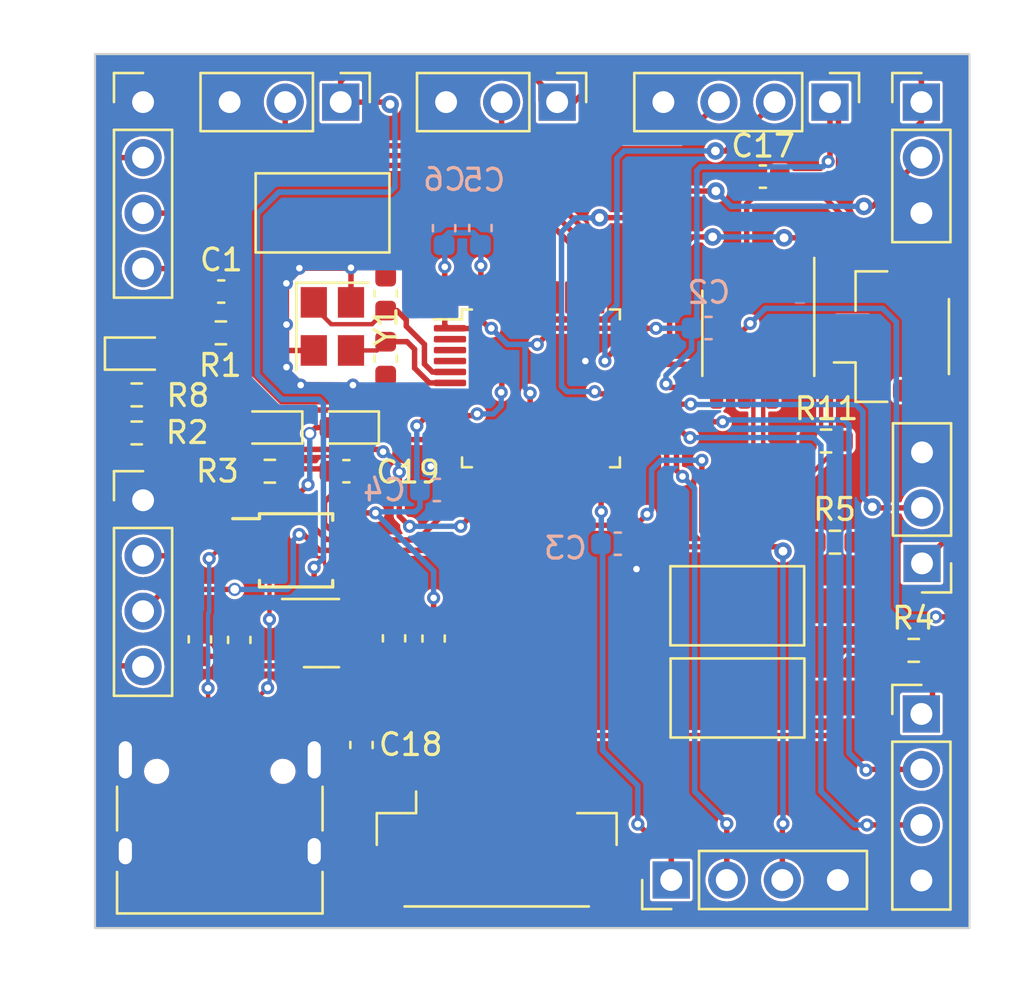
<source format=kicad_pcb>
(kicad_pcb (version 20221018) (generator pcbnew)
  (layers (0 "F.Cu" signal) (31 "B.Cu" signal) (34 "B.Paste" user) (35 "F.Paste" user) (36 "B.SilkS" user "B.Silkscreen") (37 "F.SilkS" user "F.Silkscreen") (38 "B.Mask" user) (39 "F.Mask" user) (44 "Edge.Cuts" user))
  (net 0 "")
  (net 1 "GND")
  (net 2 "/MCU/RESET")
  (net 3 "/MCU/XTAL_I")
  (net 4 "/MCU/XTAL_O")
  (net 5 "Net-(D4-A)")
  (net 6 "/MCU/LED1")
  (net 7 "/MCU/LED2")
  (net 9 "+3V3")
  (net 10 "+5V")
  (net 14 "/MCU/DIO")
  (net 15 "/MCU/CLK")
  (net 30 "Net-(D1-A)")
  (net 31 "Net-(D2-A)")
  (net 32 "/Connector/TXD")
  (net 33 "/Connector/RXD")
  (net 34 "/Connector/TIM1_CH")
  (net 35 "/Connector/-")
  (net 36 "/Connector/+")
  (net 37 "/Connector/DP")
  (net 38 "/Connector/DN")
  (net 39 "/Connector/SPI_CS")
  (net 40 "/Connector/SPI_SCK")
  (net 41 "/Connector/SPI_MISO")
  (net 42 "/Connector/SPI_MOSI")
  (net 43 "/Connector/GPIO0")
  (net 44 "/Connector/I2C1_SCL")
  (net 45 "/Connector/I2C1_SDA")
  (net 46 "/Connector/TIM1_CH2")
  (net 47 "/Connector/TIM2_CH2")
  (net 48 "/Connector/TIM2_CH1")
  (net 49 "/Connector/PB13")
  (net 50 "/Connector/PB12")
  (net 51 "/Connector/PB15")
  (net 52 "/Connector/PB14")
  (net 53 "/MCU/KEY1")
  (net 54 "/MCU/KEY2")
  (net 55 "/Connector/CAN_RX")
  (net 56 "/Connector/CAN_TX")
  (footprint "Button_Switch_SMD:SW_SPST_FSMSM" (layer "F.Cu") (at 190.41 79.27)
    (fp_text reference "SW1" hide)
    (fp_text value " SW")
  )
  (footprint "Connector_PinHeader_2.54mm:PinHeader_1x03_P2.54mm_Vertical" (layer "F.Cu") (at 217.83 95.31 180)
    (fp_text reference "J3" hide)
    (fp_text value "Conn_01x03")
  )
  (footprint "Connector_PinHeader_2.54mm:PinHeader_1x04_P2.54mm_Vertical" (layer "F.Cu") (at 213.62 74.2 -90)
    (fp_text reference "J7" hide)
    (fp_text value "Conn_01x04")
  )
  (footprint "Capacitor_SMD:C_0603_1608Metric" (layer "F.Cu") (at 191.5 91.09199)
    (fp_text reference "C19")
    (fp_text value "100n")
  )
  (footprint "ResistorSMD:R_0603_1608Metric" (layer "F.Cu") (at 181.91 87.6 180)
    (fp_text reference "R8")
    (fp_text value "10k")
  )
  (footprint "ResistorSMD:R_0603_1608Metric" (layer "F.Cu") (at 217.45 99.29)
    (fp_text reference "R4")
    (fp_text value "10k")
  )
  (footprint "LED_SMD:LED_0603_1608Metric" (layer "F.Cu") (at 191.5 89.09199 180)
    (fp_text reference "D2" hide)
    (fp_text value "LED")
  )
  (footprint "Button_Switch_SMD:SW_SPST_FSMSM" (layer "F.Cu") (at 209.39 101.47 180)
    (fp_text reference "SW2" hide)
    (fp_text value " SW")
  )
  (footprint "Package_SO:SOIC-8_3.9x4.9mm_P1.27mm" (layer "F.Cu") (at 210.34 84.78 -90)
    (fp_text reference "U4" hide)
    (fp_text value "TJA1051T-3")
  )
  (footprint "Capacitor_SMD:C_0603_1608Metric" (layer "F.Cu") (at 193.68 98.74 90)
    (fp_text reference "C15" hide)
    (fp_text value "100n")
  )
  (footprint "LED_SMD:LED_0603_1608Metric" (layer "F.Cu") (at 188 89.09199 180)
    (fp_text reference "D1" hide)
    (fp_text value "LED")
  )
  (footprint "Capacitor_SMD:C_0603_1608Metric" (layer "F.Cu") (at 186.6 98.8125 -90)
    (fp_text reference "C14" hide)
    (fp_text value "100n")
  )
  (footprint "Capacitor_SMD:C_0603_1608Metric" (layer "F.Cu") (at 184.8 98.7875 -90)
    (fp_text reference "C13" hide)
    (fp_text value "2.2u")
  )
  (footprint "Connector_USB:USB_C_Receptacle_HRO_TYPE-C-31-M-12" (layer "F.Cu") (at 185.71 107.43)
    (fp_text reference "J5" hide)
    (fp_text value "USB_C_Receptacle_USB2.0")
  )
  (footprint "Connector_PinHeader_2.54mm:PinHeader_1x04_P2.54mm_Vertical" (layer "F.Cu") (at 206.36 109.8 90)
    (fp_text reference "J12" hide)
    (fp_text value "Conn_01x04")
  )
  (footprint "Connector_PinHeader_2.54mm:PinHeader_1x04_P2.54mm_Vertical" (layer "F.Cu") (at 182.2 92.42)
    (fp_text reference "J1" hide)
    (fp_text value "Conn_01x04")
  )
  (footprint "Connector_PinHeader_2.54mm:PinHeader_1x03_P2.54mm_Vertical" (layer "F.Cu") (at 201.14 74.2 -90)
    (fp_text reference "J11" hide)
    (fp_text value "Conn_01x03")
  )
  (footprint "Capacitor_SMD:C_0603_1608Metric" (layer "F.Cu") (at 185.775 82.87)
    (fp_text reference "C1")
    (fp_text value "100n")
  )
  (footprint "ResistorSMD:R_0603_1608Metric" (layer "F.Cu") (at 181.91 89.34)
    (fp_text reference "R2")
    (fp_text value "1K" hide)
  )
  (footprint "Capacitor_SMD:C_0603_1608Metric" (layer "F.Cu") (at 193.2975 82.965 90)
    (fp_text reference "C21" hide)
    (fp_text value "12p")
  )
  (footprint "Connector_PinHeader_2.54mm:PinHeader_1x04_P2.54mm_Vertical" (layer "F.Cu") (at 182.2 74.2)
    (fp_text reference "J8" hide)
    (fp_text value "Conn_01x04")
  )
  (footprint "Connector_JST:JST_GH_SM02B-GHS-TB_1x02-1MP_P1.25mm_Horizontal" (layer "F.Cu") (at 216.5 84.93 90)
    (fp_text reference "J4" hide)
    (fp_text value "Conn_01x02")
  )
  (footprint "Connector_JST:JST_GH_SM06B-GHS-TB_1x06-1MP_P1.25mm_Horizontal" (layer "F.Cu") (at 198.375 108.45)
    (fp_text reference "J6" hide)
    (fp_text value "Conn_01x06")
  )
  (footprint "Connector_PinHeader_2.54mm:PinHeader_1x03_P2.54mm_Vertical" (layer "F.Cu") (at 191.24 74.2 -90)
    (fp_text reference "J10" hide)
    (fp_text value "Conn_01x03")
  )
  (footprint "Connector_PinHeader_2.54mm:PinHeader_1x03_P2.54mm_Vertical" (layer "F.Cu") (at 217.8 74.2)
    (fp_text reference "J9" hide)
    (fp_text value "Conn_01x03")
  )
  (footprint "Connector_PinHeader_2.54mm:PinHeader_1x04_P2.54mm_Vertical" (layer "F.Cu") (at 217.8 102.2)
    (fp_text reference "J13" hide)
    (fp_text value "Conn_01x04")
  )
  (footprint "PackageSOT:SOT-23-5" (layer "F.Cu") (at 190.3625 98.5)
    (fp_text reference "U3" hide)
    (fp_text value "HX9193-33GB")
  )
  (footprint "Capacitor_SMD:C_0603_1608Metric" (layer "F.Cu") (at 210.55 77.61)
    (fp_text reference "C17")
    (fp_text value "100n")
  )
  (footprint "Capacitor_SMD:C_0603_1608Metric" (layer "F.Cu") (at 192.19 103.62 90)
    (fp_text reference "C18")
    (fp_text value "100n")
  )
  (footprint "ResistorSMD:R_0603_1608Metric" (layer "F.Cu") (at 185.76 84.76 180)
    (fp_text reference "R1")
    (fp_text value "10k")
  )
  (footprint "Crystal:Crystal_SMD_3225-4Pin_3.2x2.5mm" (layer "F.Cu") (at 190.86 84.465 -90)
    (fp_text reference "Y1")
    (fp_text value "12M")
  )
  (footprint "Capacitor_SMD:C_0603_1608Metric" (layer "F.Cu") (at 195.49 98.75 90)
    (fp_text reference "C16" hide)
    (fp_text value "2.2u")
  )
  (footprint "ResistorSMD:R_0603_1608Metric" (layer "F.Cu") (at 213.44 89.71 180)
    (fp_text reference "R11")
    (fp_text value "120")
  )
  (footprint "LED_SMD:LED_0603_1608Metric" (layer "F.Cu") (at 181.94 85.71)
    (fp_text reference "D4" hide)
    (fp_text value "RED" hide)
  )
  (footprint "ResistorSMD:R_0603_1608Metric" (layer "F.Cu") (at 213.85 94.34)
    (fp_text reference "R5")
    (fp_text value "10k" hide)
  )
  (footprint "Button_Switch_SMD:SW_SPST_FSMSM" (layer "F.Cu") (at 209.38 97.25 180)
    (fp_text reference "SW3" hide)
    (fp_text value " SW")
  )
  (footprint "PackageQFP:LQFP-48_7x7mm_P0.5mm" (layer "F.Cu") (at 200.4 87.3)
    (fp_text reference "U1" hide)
    (fp_text value "STM32F103C8Tx")
  )
  (footprint "Capacitor_SMD:C_0603_1608Metric" (layer "F.Cu") (at 193.2975 85.94 90)
    (fp_text reference "C20" hide)
    (fp_text value "12p")
  )
  (footprint "ResistorSMD:R_0603_1608Metric" (layer "F.Cu") (at 188 91.09199 180)
    (fp_text reference "R3")
    (fp_text value "1K")
  )
  (footprint "Package_SO:MSOP-10_3x3mm_P0.5mm" (layer "F.Cu") (at 189.2 94.7125)
    (fp_text reference "U5" hide)
    (fp_text value "CH340E")
  )
  (footprint "Capacitor_SMD:C_0603_1608Metric" (layer "B.Cu") (at 197.63 79.96 -90)
    (fp_text reference "C5")
    (fp_text value "100n")
  )
  (footprint "Capacitor_SMD:C_0603_1608Metric" (layer "B.Cu") (at 203.92 94.41 180)
    (fp_text reference "C3")
    (fp_text value "100n")
  )
  (footprint "Capacitor_SMD:C_0603_1608Metric" (layer "B.Cu") (at 195.64 91.95 180)
    (fp_text reference "C4")
    (fp_text value "100n")
  )
  (footprint "Capacitor_SMD:C_0603_1608Metric" (layer "B.Cu") (at 208.065 84.54 180)
    (fp_text reference "C2")
    (fp_text value "100n")
  )
  (footprint "Capacitor_SMD:C_0603_1608Metric" (layer "B.Cu") (at 195.97 79.97 -90)
    (fp_text reference "C6")
    (fp_text value "100n")
  )
  (gr_rect locked (start 180 72) (end 220 112) (stroke (width 0.1)) (fill none) (layer "Edge.Cuts"))
  (segment (start 193.2975 82.0875) (end 193.2975 82.19) (width 0.25) (layer "F.Cu") (net 1))
  (segment (start 189.35 81.9) (end 188.755 82.495) (width 0.25) (layer "F.Cu") (net 1))
  (segment (start 189.41 87.1) (end 188.76 86.45) (width 0.25) (layer "F.Cu") (net 1))
  (segment (start 188.76 85.55) (end 188.775 85.565) (width 0.25) (layer "F.Cu") (net 1))
  (segment (start 188.755 84.375) (end 188.76 84.38) (width 0.25) (layer "F.Cu") (net 1))
  (segment (start 188.76 86.33) (end 188.76 85.55) (width 0.25) (layer "F.Cu") (net 1))
  (segment (start 188.76 85.55) (end 188.76 84.38) (width 0.25) (layer "F.Cu") (net 1))
  (segment (start 188.76 86.45) (end 188.76 86.33) (width 0.25) (layer "F.Cu") (net 1))
  (segment (start 188.775 85.565) (end 190.01 85.565) (width 0.25) (layer "F.Cu") (net 1))
  (segment (start 191.71 81.78) (end 192.99 81.78) (width 0.25) (layer "F.Cu") (net 1))
  (segment (start 192.8625 87.15) (end 193.2975 86.715) (width 0.25) (layer "F.Cu") (net 1))
  (segment (start 192.99 81.78) (end 193.2975 82.0875) (width 0.25) (layer "F.Cu") (net 1))
  (segment (start 189.35 81.8) (end 189.35 81.9) (width 0.25) (layer "F.Cu") (net 1))
  (segment (start 191.71 81.78) (end 191.69 81.8) (width 0.25) (layer "F.Cu") (net 1))
  (segment (start 189.41 87.15) (end 189.41 87.1) (width 0.25) (layer "F.Cu") (net 1))
  (segment (start 191.71 81.78) (end 191.71 83.365) (width 0.25) (layer "F.Cu") (net 1))
  (segment (start 191.8 87.15) (end 189.41 87.15) (width 0.25) (layer "F.Cu") (net 1))
  (segment (start 191.8 87.15) (end 192.8625 87.15) (width 0.25) (layer "F.Cu") (net 1))
  (segment (start 191.69 81.8) (end 189.35 81.8) (width 0.25) (layer "F.Cu") (net 1))
  (segment (start 188.755 82.495) (end 188.755 84.375) (width 0.25) (layer "F.Cu") (net 1))
  (via (at 191.71 81.78) (size 0.6) (drill 0.3) (layers "F.Cu" "B.Cu") (net 1))
  (via (at 202.43 86.05) (size 0.6) (drill 0.3) (layers "F.Cu" "B.Cu") (net 1))
  (via (at 195.36 90.87) (size 0.6) (drill 0.3) (layers "F.Cu" "B.Cu") (net 1))
  (via (at 188.755 82.495) (size 0.6) (drill 0.3) (layers "F.Cu" "B.Cu") (net 1))
  (via (at 189.41 87.15) (size 0.6) (drill 0.3) (layers "F.Cu" "B.Cu") (net 1))
  (via (at 188.76 84.38) (size 0.6) (drill 0.3) (layers "F.Cu" "B.Cu") (net 1))
  (via (at 204.77 95.57) (size 0.6) (drill 0.3) (layers "F.Cu" "B.Cu") (net 1))
  (via (at 191.8 87.15) (size 0.6) (drill 0.3) (layers "F.Cu" "B.Cu") (net 1))
  (via (at 189.35 81.8) (size 0.6) (drill 0.3) (layers "F.Cu" "B.Cu") (net 1))
  (via (at 188.76 86.33) (size 0.6) (drill 0.3) (layers "F.Cu" "B.Cu") (net 1))
  (segment (start 193.01199 88.29199) (end 193.35 88.63) (width 0.25) (layer "F.Cu") (net 2))
  (segment (start 188.37199 88.29199) (end 193.01199 88.29199) (width 0.25) (layer "F.Cu") (net 2))
  (segment (start 186.585 82.905) (end 186.55 82.87) (width 0.25) (layer "F.Cu") (net 2))
  (segment (start 195.161523 87.55) (end 196.2375 87.55) (width 0.25) (layer "F.Cu") (net 2))
  (segment (start 186.585 84.76) (end 186.585 86.505) (width 0.25) (layer "F.Cu") (net 2))
  (segment (start 186.585 84.76) (end 186.585 82.905) (width 0.25) (layer "F.Cu") (net 2))
  (segment (start 186.55 80) (end 186.55 82.87) (width 0.25) (layer "F.Cu") (net 2))
  (segment (start 193.35 88.63) (end 194.081523 88.63) (width 0.25) (layer "F.Cu") (net 2))
  (segment (start 194.081523 88.63) (end 195.161523 87.55) (width 0.25) (layer "F.Cu") (net 2))
  (segment (start 185.82 79.27) (end 186.55 80) (width 0.25) (layer "F.Cu") (net 2))
  (segment (start 186.585 86.505) (end 188.37199 88.29199) (width 0.25) (layer "F.Cu") (net 2))
  (segment (start 190.01 83.615) (end 190.01 83.365) (width 0.25) (layer "F.Cu") (net 3))
  (segment (start 190.01 83.57) (end 190.805 84.365) (width 0.2) (layer "F.Cu") (net 3))
  (segment (start 190.805 84.365) (end 192.6725 84.365) (width 0.2) (layer "F.Cu") (net 3))
  (segment (start 196.2375 86.55) (end 195.434315 86.55) (width 0.25) (layer "F.Cu") (net 3))
  (segment (start 194.24 84.456802) (end 194.24 84.17) (width 0.25) (layer "F.Cu") (net 3))
  (segment (start 195.07 85.286802) (end 194.24 84.456802) (width 0.25) (layer "F.Cu") (net 3))
  (segment (start 192.6725 84.365) (end 193.2975 83.74) (width 0.2) (layer "F.Cu") (net 3))
  (segment (start 195.07 86.185685) (end 195.07 85.286802) (width 0.25) (layer "F.Cu") (net 3))
  (segment (start 194.24 84.17) (end 193.81 83.74) (width 0.25) (layer "F.Cu") (net 3))
  (segment (start 193.81 83.74) (end 193.2975 83.74) (width 0.25) (layer "F.Cu") (net 3))
  (segment (start 190.01 83.365) (end 190.01 83.57) (width 0.25) (layer "F.Cu") (net 3))
  (segment (start 195.434315 86.55) (end 195.07 86.185685) (width 0.25) (layer "F.Cu") (net 3))
  (segment (start 196.2375 87.05) (end 195.297919 87.05) (width 0.25) (layer "F.Cu") (net 4))
  (segment (start 194.62 85.51) (end 194.275 85.165) (width 0.25) (layer "F.Cu") (net 4))
  (segment (start 191.71 85.565) (end 192.8975 85.565) (width 0.2) (layer "F.Cu") (net 4))
  (segment (start 195.297919 87.05) (end 194.62 86.372081) (width 0.25) (layer "F.Cu") (net 4))
  (segment (start 194.275 85.165) (end 193.2975 85.165) (width 0.25) (layer "F.Cu") (net 4))
  (segment (start 192.8975 85.565) (end 193.2975 85.165) (width 0.2) (layer "F.Cu") (net 4))
  (segment (start 194.62 86.372081) (end 194.62 85.51) (width 0.25) (layer "F.Cu") (net 4))
  (segment (start 182.735 87.6) (end 182.735 85.7175) (width 0.25) (layer "F.Cu") (net 5))
  (segment (start 182.735 85.7175) (end 182.7275 85.71) (width 0.25) (layer "F.Cu") (net 5))
  (segment (start 189 90.09199) (end 188.7875 89.87949) (width 0.25) (layer "F.Cu") (net 6))
  (segment (start 193.92 91.13) (end 193.92 93.142878) (width 0.25) (layer "F.Cu") (net 6))
  (segment (start 196.73 93.613) (end 197.0255 93.3175) (width 0.25) (layer "F.Cu") (net 6))
  (segment (start 197.3 90.290685) (end 197.3 89.309315) (width 0.25) (layer "F.Cu") (net 6))
  (segment (start 197.0255 93.3175) (end 197.0255 90.565185) (width 0.25) (layer "F.Cu") (net 6))
  (segment (start 188.7875 89.87949) (end 188.7875 89.09199) (width 0.25) (layer "F.Cu") (net 6))
  (segment (start 197.0255 90.565185) (end 197.3 90.290685) (width 0.25) (layer "F.Cu") (net 6))
  (segment (start 197.3 89.309315) (end 197.040685 89.05) (width 0.25) (layer "F.Cu") (net 6))
  (segment (start 193.177727 90.199504) (end 193.070213 90.09199) (width 0.25) (layer "F.Cu") (net 6))
  (segment (start 193.92 93.142878) (end 194.390122 93.613) (width 0.25) (layer "F.Cu") (net 6))
  (segment (start 197.040685 89.05) (end 196.2375 89.05) (width 0.25) (layer "F.Cu") (net 6))
  (segment (start 193.070213 90.09199) (end 189 90.09199) (width 0.25) (layer "F.Cu") (net 6))
  (via (at 193.177727 90.199504) (size 0.6) (drill 0.3) (layers "F.Cu" "B.Cu") (net 6))
  (via (at 196.73 93.613) (size 0.6) (drill 0.3) (layers "F.Cu" "B.Cu") (net 6))
  (via (at 193.92 91.13) (size 0.6) (drill 0.3) (layers "F.Cu" "B.Cu") (net 6))
  (via (at 194.390122 93.613) (size 0.6) (drill 0.3) (layers "F.Cu" "B.Cu") (net 6))
  (segment (start 193.279504 90.199504) (end 193.177727 90.199504) (width 0.25) (layer "B.Cu") (net 6))
  (segment (start 194.390122 93.613) (end 196.73 93.613) (width 0.25) (layer "B.Cu") (net 6))
  (segment (start 193.92 91.13) (end 193.92 90.84) (width 0.25) (layer "B.Cu") (net 6))
  (segment (start 193.92 90.84) (end 193.279504 90.199504) (width 0.25) (layer "B.Cu") (net 6))
  (segment (start 193.465 89.645) (end 192.91199 89.09199) (width 0.25) (layer "F.Cu") (net 7))
  (segment (start 196.2175 89.53) (end 195.13647 89.53) (width 0.25) (layer "F.Cu") (net 7))
  (segment (start 196.2375 89.55) (end 196.2175 89.53) (width 0.25) (layer "F.Cu") (net 7))
  (segment (start 195.13647 89.53) (end 195.02147 89.645) (width 0.25) (layer "F.Cu") (net 7))
  (segment (start 192.91199 89.09199) (end 192.2875 89.09199) (width 0.25) (layer "F.Cu") (net 7))
  (segment (start 195.02147 89.645) (end 193.465 89.645) (width 0.25) (layer "F.Cu") (net 7))
  (segment (start 192.83 93) (end 191.5 93) (width 0.25) (layer "F.Cu") (net 9))
  (segment (start 191.47 97.52) (end 191.5 97.55) (width 0.25) (layer "F.Cu") (net 9))
  (segment (start 218.31 101.73) (end 218.31 99.325) (width 0.25) (layer "F.Cu") (net 9))
  (segment (start 214.01 74.59) (end 214.01 77.26) (width 0.25) (layer "F.Cu") (net 9))
  (segment (start 208.575 87.255) (end 208.76 87.07) (width 0.25) (layer "F.Cu") (net 9))
  (segment (start 192.4 95.2125) (end 192.57 95.3825) (width 0.25) (layer "F.Cu") (net 9))
  (segment (start 204.83 107.24) (end 206.36 108.77) (width 0.25) (layer "F.Cu") (net 9))
  (segment (start 202.3 84.55) (end 204.5625 84.55) (width 0.25) (layer "F.Cu") (net 9))
  (segment (start 180.39 87.07) (end 180.39 84.7) (width 0.25) (layer "F.Cu") (net 9))
  (segment (start 180.68 83.7) (end 180.68 84.41) (width 0.25) (layer "F.Cu") (net 9))
  (segment (start 197.040685 88.55) (end 197.398953 88.55) (width 0.25) (layer "F.Cu") (net 9))
  (segment (start 181.085 90.095) (end 181.28199 90.29199) (width 0.25) (layer "F.Cu") (net 9))
  (segment (start 192.57 96.24) (end 192.57 96.39) (width 0.25) (layer "F.Cu") (net 9))
  (segment (start 195.49 96.89) (end 195.49 97.975) (width 0.25) (layer "F.Cu") (net 9))
  (segment (start 190.5 92.5) (end 191 92) (width 0.25) (layer "F.Cu") (net 9))
  (segment (start 181 100) (end 182.16 100) (width 0.25) (layer "F.Cu") (net 9))
  (segment (start 197.24 84.56) (end 196.15 84.56) (width 0.25) (layer "F.Cu") (net 9))
  (segment (start 181.085 87.6) (end 180.92 87.6) (width 0.25) (layer "F.Cu") (net 9))
  (segment (start 202.88 88.51) (end 203.15 88.78) (width 0.25) (layer "F.Cu") (net 9))
  (segment (start 198.61 85.93) (end 197.3 84.62) (width 0.25) (layer "F.Cu") (net 9))
  (segment (start 218.46 97.76) (end 219.1 97.76) (width 0.25) (layer "F.Cu") (net 9))
  (segment (start 199.905 88.225) (end 200.19 88.51) (width 0.25) (layer "F.Cu") (net 9))
  (segment (start 182.2 76.74) (end 180.88 76.74) (width 0.25) (layer "F.Cu") (net 9))
  (segment (start 180.68 84.41) (end 181.03 84.76) (width 0.25) (layer "F.Cu") (net 9))
  (segment (start 211.325 77.61) (end 213.66 77.61) (width 0.25) (layer "F.Cu") (net 9))
  (segment (start 200.97 84.55) (end 202.3 84.55) (width 0.25) (layer "F.Cu") (net 9))
  (segment (start 200.19 88.51) (end 202.88 88.51) (width 0.25) (layer "F.Cu") (net 9))
  (segment (start 180.39 84.7) (end 180.68 84.41) (width 0.25) (layer "F.Cu") (net 9))
  (segment (start 188.825 91.09199) (end 188 91.09199) (width 0.25) (layer "F.Cu") (net 9))
  (segment (start 203.15 88.78) (end 203.15 91.4625) (width 0.25) (layer "F.Cu") (net 9))
  (segment (start 191 92) (end 191 91.36699) (width 0.25) (layer "F.Cu") (net 9))
  (segment (start 204.5625 84.55) (end 205.66 84.55) (width 0.25) (layer "F.Cu") (net 9))
  (segment (start 196 81.74) (end 196 84.41) (width 0.25) (layer "F.Cu") (net 9))
  (segment (start 214.675 94.34) (end 215.41 94.34) (width 0.25) (layer "F.Cu") (net 9))
  (segment (start 198.13 84.55) (end 198.05 84.55) (width 0.25) (layer "F.Cu") (net 9))
  (segment (start 190.617255 90.984245) (end 188.932745 90.984245) (width 0.25) (layer "F.Cu") (net 9))
  (segment (start 215.41 94.34) (end 215.61 94.54) (width 0.25) (layer "F.Cu") (net 9))
  (segment (start 187.592462 90.29199) (end 187.09 90.29199) (width 0.25) (layer "F.Cu") (net 9))
  (segment (start 197.3 84.62) (end 197.23 84.55) (width 0.25) (layer "F.Cu") (net 9))
  (segment (start 197.65 84.15) (end 197.65 83.1375) (width 0.25) (layer "F.Cu") (net 9))
  (segment (start 180.68 76.94) (end 180.68 83.7) (width 0.25) (layer "F.Cu") (net 9))
  (segment (start 192.57 95.3825) (end 192.57 96.24) (width 0.25) (layer "F.Cu") (net 9))
  (segment (start 217.8 102.2) (end 218.1 101.9) (width 0.25) (layer "F.Cu") (net 9))
  (segment (start 213.62 74.2) (end 214.01 74.59) (width 0.25) (layer "F.Cu") (net 9))
  (segment (start 200.23 85.29) (end 200.97 84.55) (width 0.25) (layer "F.Cu") (net 9))
  (segment (start 213.54 76.92) (end 213.62 76.84) (width 0.25) (layer "F.Cu") (net 9))
  (segment (start 195.49 97.975) (end 193.69 97.975) (width 0.25) (layer "F.Cu") (net 9))
  (segment (start 192.57 96.39) (end 192.34 96.62) (width 0.25) (layer "F.Cu") (net 9))
  (segment (start 218.27 101.73) (end 218.31 101.73) (width 0.25) (layer "F.Cu") (net 9))
  (segment (start 181.085 89.34) (end 180.64 89.34) (width 0.25) (layer "F.Cu") (net 9))
  (segment (start 208.76 85.54) (end 209.97 84.33) (width 0.25) (layer "F.Cu") (net 9))
  (segment (start 181.28199 90.29199) (end 187.09 90.29199) (width 0.25) (layer "F.Cu") (net 9))
  (segment (start 217.8 102.2) (end 218.27 101.73) (width 0.25) (layer "F.Cu") (net 9))
  (segment (start 191.4 95.2125) (end 192.4 95.2125) (width 0.25) (layer "F.Cu") (net 9))
  (segment (start 188 91.09199) (end 188 90.699528) (width 0.25) (layer "F.Cu") (net 9))
  (segment (start 198.05 84.55) (end 197.65 84.15) (width 0.25) (layer "F.Cu") (net 9))
  (segment (start 190.7125 93.7125) (end 190.5 93.5) (width 0.25) (layer "F.Cu") (net 9))
  (segment (start 180.92 87.6) (end 180.39 87.07) (width 0.25) (layer "F.Cu") (net 9))
  (segment (start 191.5 93) (end 191.4 93.1) (width 0.25) (layer "F.Cu") (net 9))
  (segment (start 208.435 87.255) (end 208.575 87.255) (width 0.25) (layer "F.Cu") (net 9))
  (segment (start 206.275 87.255) (end 208.435 87.255) (width 0.25) (layer "F.Cu") (net 9))
  (segment (start 206.36 108.77) (end 206.36 109.8) (width 0.25) (layer "F.Cu") (net 9))
  (segment (start 203.15 92.93) (end 203.16 92.94) (width 0.25) (layer "F.Cu") (net 9))
  (segment (start 182.16 100) (end 182.2 100.04) (width 0.25) (layer "F.Cu") (net 9))
  (segment (start 199.905 87.515) (end 199.905 88.225) (width 0.25) (layer "F.Cu") (net 9))
  (segment (start 219.16 99.29) (end 218.275 99.29) (width 0.25) (layer "F.Cu") (net 9))
  (segment (start 196.2375 88.55) (end 197.040685 88.55) (width 0.25) (layer "F.Cu") (net 9))
  (segment (start 191.4 93.7125) (end 190.7125 93.7125) (width 0.25) (layer "F.Cu") (net 9))
  (segment (start 198.58 87.48) (end 198.61 87.45) (width 0.25) (layer "F.Cu") (net 9))
  (segment (start 192.34 96.62) (end 191.64 96.62) (width 0.25) (layer "F.Cu") (net 9))
  (segment (start 196 84.41) (end 196.14 84.55) (width 0.25) (layer "F.Cu") (net 9))
  (segment (start 218.31 99.325) (end 218.275 99.29) (width 0.25) (layer "F.Cu") (net 9))
  (segment (start 213.62 76.84) (end 213.62 74.2) (width 0.25) (layer "F.Cu") (net 9))
  (segment (start 219.38 98.04) (end 219.38 99.07) (width 0.25) (layer "F.Cu") (net 9))
  (segment (start 191.915 97.965) (end 191.5 97.55) (width 0.25) (layer "F.Cu") (net 9))
  (segment (start 191.64 96.62) (end 191.47 96.79) (width 0.25) (layer "F.Cu") (net 9))
  (segment (start 190.725 91.09199) (end 190.617255 90.984245) (width 0.25) (layer "F.Cu") (net 9))
  (segment (start 215.61 94.54) (end 215.61 97.6) (width 0.25) (layer "F.Cu") (net 9))
  (segment (start 219.1 97.76) (end 219.38 98.04) (width 0.25) (layer "F.Cu") (net 9))
  (segment (start 180.46 89.52) (end 180.46 99.46) (width 0.25) (layer "F.Cu") (net 9))
  (segment (start 180.46 99.46) (end 181 100) (width 0.25) (layer "F.Cu") (net 9))
  (segment (start 198.61 87.45) (end 198.61 85.93) (width 0.25) (layer "F.Cu") (net 9))
  (segment (start 219.38 99.07) (end 219.16 99.29) (width 0.25) (layer "F.Cu") (net 9))
  (segment (start 208.76 87.07) (end 208.76 85.54) (width 0.25) (layer "F.Cu") (net 9))
  (segment (start 206.12 87.1) (end 206.275 87.255) (width 0.25) (layer "F.Cu") (net 9))
  (segment (start 188 90.699528) (end 187.592462 90.29199) (width 0.25) (layer "F.Cu") (net 9))
  (segment (start 193.69 97.975) (end 193.68 97.965) (width 0.25) (layer "F.Cu") (net 9))
  (segment (start 180.64 89.34) (end 180.46 89.52) (width 0.25) (layer "F.Cu") (net 9))
  (segment (start 195.191665 88.55) (end 196.2375 88.55) (width 0.25) (layer "F.Cu") (net 9))
  (segment (start 216.32 98.31) (end 217.295 98.31) (width 0.25) (layer "F.Cu") (net 9))
  (segment (start 193.68 97.965) (end 191.915 97.965) (width 0.25) (layer "F.Cu") (net 9))
  (segment (start 194.721665 89.02) (end 195.191665 88.55) (width 0.25) (layer "F.Cu") (net 9))
  (segment (start 217.295 98.31) (end 218.275 99.29) (width 0.25) (layer "F.Cu") (net 9))
  (segment (start 181.085 89.34) (end 181.085 90.095) (width 0.25) (layer "F.Cu") (net 9))
  (segment (start 188.932745 90.984245) (end 188.825 91.09199) (width 0.25) (layer "F.Cu") (net 9))
  (segment (start 203.15 91.4625) (end 203.15 92.93) (width 0.25) (layer "F.Cu") (net 9))
  (segment (start 215.61 97.6) (end 216.32 98.31) (width 0.25) (layer "F.Cu") (net 9))
  (segment (start 181.085 87.6) (end 181.085 89.34) (width 0.25) (layer "F.Cu") (net 9))
  (segment (start 213.66 77.61) (end 214.01 77.26) (width 0.25) (layer "F.Cu") (net 9))
  (segment (start 180.88 76.74) (end 180.68 76.94) (width 0.25) (layer "F.Cu") (net 9))
  (segment (start 197.65 81.69) (end 197.65 83.1375) (width 0.25) (layer "F.Cu") (net 9))
  (segment (start 191.4 93.1) (end 191.4 93.7125) (width 0.25) (layer "F.Cu") (net 9))
  (segment (start 181.03 84.76) (end 184.935 84.76) (width 0.25) (layer "F.Cu") (net 9))
  (segment (start 191 91.36699) (end 190.725 91.09199) (width 0.25) (layer "F.Cu") (net 9))
  (segment (start 197.398953 88.55) (end 197.480524 88.468429) (width 0.25) (layer "F.Cu") (net 9))
  (segment (start 197.3 84.62) (end 197.24 84.56) (width 0.25) (layer "F.Cu") (net 9))
  (segment (start 218.1 101.9) (end 218.1 101.84) (width 0.25) (layer "F.Cu") (net 9))
  (segment (start 190.5 93.5) (end 190.5 92.5) (width 0.25) (layer "F.Cu") (net 9))
  (segment (start 191.47 96.79) (end 191.47 97.52) (width 0.25) (layer "F.Cu") (net 9))
  (via (at 192.83 93) (size 0.6) (drill 0.3) (layers "F.Cu" "B.Cu") (net 9))
  (via (at 200.23 85.29) (size 0.6) (drill 0.3) (layers "F.Cu" "B.Cu") (net 9))
  (via (at 218.46 97.76) (size 0.6) (drill 0.3) (layers "F.Cu" "B.Cu") (net 9))
  (via (at 205.66 84.55) (size 0.6) (drill 0.3) (layers "F.Cu" "B.Cu") (net 9))
  (via (at 209.97 84.33) (size 0.6) (drill 0.3) (layers "F.Cu" "B.Cu") (net 9))
  (via (at 194.721665 89.02) (size 0.6) (drill 0.3) (layers "F.Cu" "B.Cu") (net 9))
  (via (at 206.12 87.1) (size 0.6) (drill 0.3) (layers "F.Cu" "B.Cu") (net 9))
  (via (at 204.83 107.24) (size 0.6) (drill 0.3) (layers "F.Cu" "B.Cu") (net 9))
  (via (at 197.65 81.69) (size 0.6) (drill 0.3) (layers "F.Cu" "B.Cu") (net 9))
  (via (at 196 81.74) (size 0.6) (drill 0.3) (layers "F.Cu" "B.Cu") (net 9))
  (via (at 195.49 96.89) (size 0.6) (drill 0.3) (layers "F.Cu" "B.Cu") (net 9))
  (via (at 197.480524 88.468429) (size 0.6) (drill 0.3) (layers "F.Cu" "B.Cu") (net 9))
  (via (at 213.54 76.92) (size 0.6) (drill 0.3) (layers "F.Cu" "B.Cu") (net 9))
  (via (at 203.16 92.94) (size 0.6) (drill 0.3) (layers "F.Cu" "B.Cu") (net 9))
  (via (at 198.13 84.55) (size 0.6) (drill 0.3) (layers "F.Cu" "B.Cu") (net 9))
  (via (at 198.58 87.48) (size 0.6) (drill 0.3) (layers "F.Cu" "B.Cu") (net 9))
  (via (at 199.905 87.515) (size 0.6) (drill 0.3) (layers "F.Cu" "B.Cu") (net 9))
  (segment (start 207.29 85.53) (end 207.29 84.54) (width 0.25) (layer "B.Cu") (net 9))
  (segment (start 216.655 84.265) (end 216.655 97.265) (width 0.25) (layer "B.Cu") (net 9))
  (segment (start 198.221571 88.468429) (end 197.480524 88.468429) (width 0.25) (layer "B.Cu") (net 9))
  (segment (start 206.12 86.7) (end 207.29 85.53) (width 0.25) (layer "B.Cu") (net 9))
  (segment (start 204.83 107.24) (end 204.83 105.48) (width 0.25) (layer "B.Cu") (net 9))
  (segment (start 196.17 80.18) (end 195.97 80.38) (width 0.25) (layer "B.Cu") (net 9))
  (segment (start 207.29 84.54) (end 207.53 84.3) (width 0.25) (layer "B.Cu") (net 9))
  (segment (start 194.721665 89.02) (end 194.721665 91.806665) (width 0.25) (layer "B.Cu") (net 9))
  (segment (start 198.58 88.11) (end 198.221571 88.468429) (width 0.25) (layer "B.Cu") (net 9))
  (segment (start 194.721665 91.806665) (end 194.865 91.95) (width 0.25) (layer "B.Cu") (net 9))
  (segment (start 198.87 85.29) (end 199.67 85.29) (width 0.25) (layer "B.Cu") (net 9))
  (segment (start 199.905 87.515) (end 199.67 87.28) (width 0.25) (layer "B.Cu") (net 9))
  (segment (start 198.58 87.48) (end 198.58 88.11) (width 0.25) (layer "B.Cu") (net 9))
  (segment (start 206.12 87.1) (end 206.12 86.7) (width 0.25) (layer "B.Cu") (net 9))
  (segment (start 199.67 85.29) (end 200.23 85.29) (width 0.25) (layer "B.Cu") (net 9))
  (segment (start 197.63 80.5) (end 197.31 80.18) (width 0.25) (layer "B.Cu") (net 9))
  (segment (start 216.655 97.265) (end 217.15 97.76) (width 0.25) (layer "B.Cu") (net 9))
  (segment (start 196 81.74) (end 196 80.775) (width 0.25) (layer "B.Cu") (net 9))
  (segment (start 192.88 92.95) (end 194.65 92.95) (width 0.25) (layer "B.Cu") (net 9))
  (segment (start 197.65 80.755) (end 197.63 80.735) (width 0.25) (layer "B.Cu") (net 9))
  (segment (start 207.28 84.55) (end 207.29 84.54) (width 0.25) (layer "B.Cu") (net 9))
  (segment (start 199.67 87.28) (end 199.67 85.29) (width 0.25) (layer "B.Cu") (net 9))
  (segment (start 197.31 80.18) (end 196.17 80.18) (width 0.25) (layer "B.Cu") (net 9))
  (segment (start 207.71 77.16) (end 213.3 77.16) (width 0.25) (layer "B.Cu") (net 9))
  (segment (start 207.53 77.34) (end 207.71 77.16) (width 0.25) (layer "B.Cu") (net 9))
  (segment (start 197.63 80.735) (end 197.63 80.5) (width 0.25) (layer "B.Cu") (net 9))
  (segment (start 205.66 84.55) (end 207.28 84.55) (width 0.25) (layer "B.Cu") (net 9))
  (segment (start 194.865 92.735) (end 194.865 91.95) (width 0.25) (layer "B.Cu") (net 9))
  (segment (start 192.83 93) (end 192.88 92.95) (width 0.25) (layer "B.Cu") (net 9))
  (segment (start 198.13 84.55) (end 198.87 85.29) (width 0.25) (layer "B.Cu") (net 9))
  (segment (start 213.3 77.16) (end 213.54 76.92) (width 0.25) (layer "B.Cu") (net 9))
  (segment (start 210.66 83.64) (end 216.03 83.64) (width 0.25) (layer "B.Cu") (net 9))
  (segment (start 207.53 84.3) (end 207.53 84.06) (width 0.25) (layer "B.Cu") (net 9))
  (segment (start 209.97 84.33) (end 210.66 83.64) (width 0.25) (layer "B.Cu") (net 9))
  (segment (start 203.22 103.87) (end 203.22 94.485) (width 0.25) (layer "B.Cu") (net 9))
  (segment (start 204.83 105.48) (end 203.22 103.87) (width 0.25) (layer "B.Cu") (net 9))
  (segment (start 194.65 92.95) (end 194.865 92.735) (width 0.25) (layer "B.Cu") (net 9))
  (segment (start 196 80.775) (end 195.97 80.745) (width 0.25) (layer "B.Cu") (net 9))
  (segment (start 203.16 92.94) (end 203.16 94.395) (width 0.25) (layer "B.Cu") (net 9))
  (segment (start 216.03 83.64) (end 216.655 84.265) (width 0.25) (layer "B.Cu") (net 9))
  (segment (start 195.49 96.89) (end 195.49 95.66) (width 0.25) (layer "B.Cu") (net 9))
  (segment (start 217.15 97.76) (end 218.46 97.76) (width 0.25) (layer "B.Cu") (net 9))
  (segment (start 195.97 80.38) (end 195.97 80.745) (width 0.25) (layer "B.Cu") (net 9))
  (segment (start 195.49 95.66) (end 192.83 93) (width 0.25) (layer "B.Cu") (net 9))
  (segment (start 207.53 84.06) (end 207.53 77.34) (width 0.25) (layer "B.Cu") (net 9))
  (segment (start 197.65 81.69) (end 197.65 80.755) (width 0.25) (layer "B.Cu") (net 9))
  (segment (start 203.22 94.485) (end 203.145 94.41) (width 0.25) (layer "B.Cu") (net 9))
  (segment (start 203.16 94.395) (end 203.145 94.41) (width 0.25) (layer "B.Cu") (net 9))
  (segment (start 186.6 99.5875) (end 187.0125 100) (width 0.25) (layer "F.Cu") (net 10))
  (segment (start 214.36 77.546396) (end 214.36 76.38) (width 0.25) (layer "F.Cu") (net 10))
  (segment (start 214.563604 76.176396) (end 216.723604 76.176396) (width 0.25) (layer "F.Cu") (net 10))
  (segment (start 184.145 101.94) (end 184.25 101.835) (width 0.25) (layer "F.Cu") (net 10))
  (segment (start 191.24 74.2) (end 193.4 74.2) (width 0.25) (layer "F.Cu") (net 10))
  (segment (start 190.2125 99.2875) (end 190.2125 98.153249) (width 0.25) (layer "F.Cu") (net 10))
  (segment (start 192.19 102.845) (end 192.19 102.12) (width 0.25) (layer "F.Cu") (net 10))
  (segment (start 217.8 73.2) (end 217.625 73.025) (width 0.25) (layer "F.Cu") (net 10))
  (segment (start 191.24 73.25) (end 191.465 73.025) (width 0.25) (layer "F.Cu") (net 10))
  (segment (start 191.95 101.88) (end 188.79 101.88) (width 0.25) (layer "F.Cu") (net 10))
  (segment (start 184.8 99.5625) (end 184.45 99.5625) (width 0.25) (layer "F.Cu") (net 10))
  (segment (start 219.22 81.22) (end 216.02 81.22) (width 0.25) (layer "F.Cu") (net 10))
  (segment (start 217.83 95.31) (end 219.525 93.615) (width 0.25) (layer "F.Cu") (net 10))
  (segment (start 186.6 99.6) (end 187 100) (width 0.25) (layer "F.Cu") (net 10))
  (segment (start 209.81 78.85) (end 210.08 78.58) (width 0.25) (layer "F.Cu") (net 10))
  (segment (start 213.353198 78.553198) (end 214.228198 77.678198) (width 0.25) (layer "F.Cu") (net 10))
  (segment (start 188.16 104.21) (end 187.535 104.835) (width 0.25) (layer "F.Cu") (net 10))
  (segment (start 203.085 73.025) (end 201.91 74.2) (width 0.25) (layer "F.Cu") (net 10))
  (segment (start 200.055 73.025) (end 200.4 73.37) (width 0.25) (layer "F.Cu") (net 10))
  (segment (start 189.609251 97.55) (end 189.225 97.55) (width 0.25) (layer "F.Cu") (net 10))
  (segment (start 216.723604 76.176396) (end 217.8 75.1) (width 0.25) (layer "F.Cu") (net 10))
  (segment (start 184.45 99.5625) (end 184.25 99.7625) (width 0.25) (layer "F.Cu") (net 10))
  (segment (start 209.705 82.305) (end 209.705 81.928249) (width 0.25) (layer "F.Cu") (net 10))
  (segment (start 214.228198 77.678198) (end 214.36 77.546396) (width 0.25) (layer "F.Cu") (net 10))
  (segment (start 217.625 73.025) (end 203.085 73.025) (width 0.25) (layer "F.Cu") (net 10))
  (segment (start 184.25 101.835) (end 184.25 99.7625) (width 0.25) (layer "F.Cu") (net 10))
  (segment (start 184.8 99.5625) (end 186.575 99.5625) (width 0.25) (layer "F.Cu") (net 10))
  (segment (start 190 99.5) (end 190.2125 99.2875) (width 0.25) (layer "F.Cu") (net 10))
  (segment (start 188.16 102.51) (end 188.16 103.385) (width 0.25) (layer "F.Cu") (net 10))
  (segment (start 201.91 74.2) (end 201.14 74.2) (width 0.25) (layer "F.Cu") (net 10))
  (segment (start 210.08 78.58) (end 213.326396 78.58) (width 0.25) (layer "F.Cu") (net 10))
  (segment (start 191.24 74.2) (end 191.24 73.25) (width 0.25) (layer "F.Cu") (net 10))
  (segment (start 190.0245 96.7505) (end 190.0245 95.49) (width 0.25) (layer "F.Cu") (net 10))
  (segment (start 191.465 73.025) (end 200.055 73.025) (width 0.25) (layer "F.Cu") (net 10))
  (segment (start 189.225 97.55) (end 190.0245 96.7505) (width 0.25) (layer "F.Cu") (net 10))
  (segment (start 219.525 93.615) (end 219.525 81.525) (width 0.25) (layer "F.Cu") (net 10))
  (segment (start 192.19 102.12) (end 191.95 101.88) (width 0.25) (layer "F.Cu") (net 10))
  (segment (start 209.81 81.823249) (end 209.81 78.85) (width 0.25) (layer "F.Cu") (net 10))
  (segment (start 186.575 99.5625) (end 186.6 99.5875) (width 0.25) (layer "F.Cu") (net 10))
  (segment (start 193.4 74.2) (end 193.5 74.3) (width 0.25) (layer "F.Cu") (net 10))
  (segment (start 209.705 81.928249) (end 209.81 81.823249) (width 0.25) (layer "F.Cu") (net 10))
  (segment (start 217.8 75.1) (end 217.8 74.2) (width 0.25) (layer "F.Cu") (net 10))
  (segment (start 190.2125 98.153249) (end 189.609251 97.55) (width 0.25) (layer "F.Cu") (net 10))
  (segment (start 200.4 73.37) (end 200.4 74.12) (width 0.25) (layer "F.Cu") (net 10))
  (segment (start 219.525 81.525) (end 219.22 81.22) (width 0.25) (layer "F.Cu") (net 10))
  (segment (start 183.56 101.94) (end 183.26 102.24) (width 0.25) (layer "F.Cu") (net 10))
  (segment (start 188.16 103.385) (end 188.16 104.21) (width 0.25) (layer "F.Cu") (net 10))
  (segment (start 216.02 81.22) (end 213.353198 78.553198) (width 0.25) (layer "F.Cu") (net 10))
  (segment (start 189.5 99.5) (end 190 99.5) (width 0.25) (layer "F.Cu") (net 10))
  (segment (start 213.326396 78.58) (end 214.228198 77.678198) (width 0.25) (layer "F.Cu") (net 10))
  (segment (start 187.0125 100) (end 189 100) (width 0.25) (layer "F.Cu") (net 10))
  (segment (start 183.26 104.175) (end 183.26 103.385) (width 0.25) (layer "F.Cu") (net 10))
  (segment (start 187.535 104.835) (end 183.92 104.835) (width 0.25) (layer "F.Cu") (net 10))
  (segment (start 214.36 76.38) (end 214.563604 76.176396) (width 0.25) (layer "F.Cu") (net 10))
  (segment (start 217.8 74.2) (end 217.8 73.2) (width 0.25) (layer "F.Cu") (net 10))
  (segment (start 184.145 101.94) (end 183.56 101.94) (width 0.25) (layer "F.Cu") (net 10))
  (segment (start 186.6 99.5875) (end 186.6 99.6) (width 0.25) (layer "F.Cu") (net 10))
  (segment (start 183.92 104.835) (end 183.26 104.175) (width 0.25) (layer "F.Cu") (net 10))
  (segment (start 189 100) (end 189.5 99.5) (width 0.25) (layer "F.Cu") (net 10))
  (segment (start 188.79 101.88) (end 188.16 102.51) (width 0.25) (layer "F.Cu") (net 10))
  (segment (start 183.26 102.24) (end 183.26 103.385) (width 0.25) (layer "F.Cu") (net 10))
  (segment (start 201.14 74.2) (end 200.41 74.2) (width 0.25) (layer "F.Cu") (net 10))
  (via (at 190.0245 95.49) (size 0.6) (drill 0.3) (layers "F.Cu" "B.Cu") (net 10))
  (via (at 193.5 74.3) (size 0.8) (drill 0.4) (layers "F.Cu" "B.Cu") (net 10))
  (segment (start 193.49 78.32) (end 193.72 78.09) (width 0.25) (layer "B.Cu") (net 10))
  (segment (start 190.449274 95.065226) (end 190.449274 88.009274) (width 0.25) (layer "B.Cu") (net 10))
  (segment (start 193.72 74.52) (end 193.5 74.3) (width 0.25) (layer "B.Cu") (net 10))
  (segment (start 190.0245 95.49) (end 190.449274 95.065226) (width 0.25) (layer "B.Cu") (net 10))
  (segment (start 188.41 78.32) (end 193.49 78.32) (width 0.25) (layer "B.Cu") (net 10))
  (segment (start 193.72 78.09) (end 193.72 74.52) (width 0.25) (layer "B.Cu") (net 10))
  (segment (start 190.24 87.8) (end 188.55 87.8) (width 0.25) (layer "B.Cu") (net 10))
  (segment (start 187.43 86.68) (end 187.43 79.3) (width 0.25) (layer "B.Cu") (net 10))
  (segment (start 188.55 87.8) (end 187.43 86.68) (width 0.25) (layer "B.Cu") (net 10))
  (segment (start 187.43 79.3) (end 188.41 78.32) (width 0.25) (layer "B.Cu") (net 10))
  (segment (start 190.449274 88.009274) (end 190.24 87.8) (width 0.25) (layer "B.Cu") (net 10))
  (segment (start 203.759315 85.55) (end 204.5625 85.55) (width 0.25) (layer "F.Cu") (net 14))
  (segment (start 208.8445 76.4355) (end 211.08 74.2) (width 0.25) (layer "F.Cu") (net 14))
  (segment (start 203.3255 86.05) (end 203.3255 85.983815) (width 0.25) (layer "F.Cu") (net 14))
  (segment (start 208.38 76.4355) (end 208.8445 76.4355) (width 0.25) (layer "F.Cu") (net 14))
  (segment (start 203.3255 85.983815) (end 203.759315 85.55) (width 0.25) (layer "F.Cu") (net 14))
  (via (at 208.38 76.4355) (size 0.8) (drill 0.4) (layers "F.Cu" "B.Cu") (net 14))
  (via (at 203.3255 86.05) (size 0.6) (drill 0.3) (layers "F.Cu" "B.Cu") (net 14))
  (segment (start 203.3255 84.0245) (end 203.3255 86.05) (width 0.25) (layer "B.Cu") (net 14))
  (segment (start 208.38 76.4355) (end 204.2045 76.4355) (width 0.25) (layer "B.Cu") (net 14))
  (segment (start 203.8745 83.4755) (end 203.3255 84.0245) (width 0.25) (layer "B.Cu") (net 14))
  (segment (start 204.2045 76.4355) (end 203.8745 76.7655) (width 0.25) (layer "B.Cu") (net 14))
  (segment (start 203.8745 76.7655) (end 203.8745 83.4755) (width 0.25) (layer "B.Cu") (net 14))
  (segment (start 203.15 80.813604) (end 200.69 78.353604) (width 0.25) (layer "F.Cu") (net 15))
  (segment (start 201.08 75.95) (end 206.79 75.95) (width 0.25) (layer "F.Cu") (net 15))
  (segment (start 200.69 78.353604) (end 200.69 76.34) (width 0.25) (layer "F.Cu") (net 15))
  (segment (start 203.15 83.1375) (end 203.15 80.813604) (width 0.25) (layer "F.Cu") (net 15))
  (segment (start 206.79 75.95) (end 208.54 74.2) (width 0.25) (layer "F.Cu") (net 15))
  (segment (start 200.69 76.34) (end 201.08 75.95) (width 0.25) (layer "F.Cu") (net 15))
  (segment (start 182.98301 89.09199) (end 187.2125 89.09199) (width 0.25) (layer "F.Cu") (net 30))
  (segment (start 182.735 89.34) (end 182.98301 89.09199) (width 0.25) (layer "F.Cu") (net 30))
  (segment (start 187.175 91.76699) (end 187.5 92.09199) (width 0.25) (layer "F.Cu") (net 31))
  (segment (start 187.175 91.09199) (end 187.175 91.76699) (width 0.25) (layer "F.Cu") (net 31))
  (segment (start 190.099774 89.09199) (end 189.824274 89.36749) (width 0.25) (layer "F.Cu") (net 31))
  (segment (start 187.5 92.09199) (end 189.364794 92.09199) (width 0.25) (layer "F.Cu") (net 31))
  (segment (start 189.747539 91.709245) (end 189.364794 92.09199) (width 0.25) (layer "F.Cu") (net 31))
  (segment (start 190.7125 89.09199) (end 190.099774 89.09199) (width 0.25) (layer "F.Cu") (net 31))
  (via (at 189.824274 89.36749) (size 0.6) (drill 0.4) (layers "F.Cu" "B.Cu") (net 31))
  (via (at 189.747539 91.709245) (size 0.6) (drill 0.3) (layers "F.Cu" "B.Cu") (net 31))
  (segment (start 189.824274 91.63251) (end 189.747539 91.709245) (width 0.25) (layer "B.Cu") (net 31))
  (segment (start 189.824274 89.36749) (end 189.824274 91.63251) (width 0.25) (layer "B.Cu") (net 31))
  (segment (start 194.7625 94.2375) (end 194 94.2375) (width 0.25) (layer "F.Cu") (net 32))
  (segment (start 196 90.2875) (end 196 93) (width 0.25) (layer "F.Cu") (net 32))
  (segment (start 191.425 94.2375) (end 191.4 94.2125) (width 0.25) (layer "F.Cu") (net 32))
  (segment (start 191.4 94.2125) (end 190.576104 94.2125) (width 0.25) (layer "F.Cu") (net 32))
  (segment (start 184.5 93.5) (end 184.5 94.5) (width 0.25) (layer "F.Cu") (net 32))
  (segment (start 194 94.2375) (end 191.425 94.2375) (width 0.25) (layer "F.Cu") (net 32))
  (segment (start 196 93) (end 194.7625 94.2375) (width 0.25) (layer "F.Cu") (net 32))
  (segment (start 184.5 94.5) (end 184.04 94.96) (width 0.25) (layer "F.Cu") (net 32))
  (segment (start 189.31199 92.54199) (end 185.45801 92.54199) (width 0.25) (layer "F.Cu") (net 32))
  (segment (start 185.45801 92.54199) (end 184.5 93.5) (width 0.25) (layer "F.Cu") (net 32))
  (segment (start 190.05 93.686396) (end 190.05 93.28) (width 0.25) (layer "F.Cu") (net 32))
  (segment (start 190.576104 94.2125) (end 190.05 93.686396) (width 0.25) (layer "F.Cu") (net 32))
  (segment (start 196.2375 90.05) (end 196 90.2875) (width 0.25) (layer "F.Cu") (net 32))
  (segment (start 184.04 94.96) (end 182.2 94.96) (width 0.25) (layer "F.Cu") (net 32))
  (segment (start 190.05 93.28) (end 189.31199 92.54199) (width 0.25) (layer "F.Cu") (net 32))
  (segment (start 197.65 91.4625) (end 197.65 94.5) (width 0.25) (layer "F.Cu") (net 33))
  (segment (start 189.34 93.985732) (end 189.545732 93.985732) (width 0.25) (layer "F.Cu") (net 33))
  (segment (start 186.39 96.5) (end 183.2 96.5) (width 0.25) (layer "F.Cu") (net 33))
  (segment (start 190.2725 94.7125) (end 191.4 94.7125) (width 0.25) (layer "F.Cu") (net 33))
  (segment (start 191.4 94.7125) (end 197.4375 94.7125) (width 0.25) (layer "F.Cu") (net 33))
  (segment (start 197.4375 94.7125) (end 197.65 94.5) (width 0.25) (layer "F.Cu") (net 33))
  (segment (start 189.545732 93.985732) (end 190.2725 94.7125) (width 0.25) (layer "F.Cu") (net 33))
  (segment (start 183.2 96.5) (end 182.2 97.5) (width 0.25) (layer "F.Cu") (net 33))
  (via (at 186.39 96.5) (size 0.6) (drill 0.4) (layers "F.Cu" "B.Cu") (net 33))
  (via (at 189.34 93.985732) (size 0.6) (drill 0.3) (layers "F.Cu" "B.Cu") (net 33))
  (segment (start 189.07 94.255732) (end 189.07 96.24) (width 0.25) (layer "B.Cu") (net 33))
  (segment (start 189.07 96.24) (end 188.81 96.5) (width 0.25) (layer "B.Cu") (net 33))
  (segment (start 189.34 93.985732) (end 189.07 94.255732) (width 0.25) (layer "B.Cu") (net 33))
  (segment (start 188.81 96.5) (end 186.39 96.5) (width 0.25) (layer "B.Cu") (net 33))
  (segment (start 207.245 88.025) (end 204.5875 88.025) (width 0.25) (layer "F.Cu") (net 34))
  (segment (start 204.5875 88.025) (end 204.5625 88.05) (width 0.25) (layer "F.Cu") (net 34))
  (segment (start 217.83 92.77) (end 215.6 92.77) (width 0.25) (layer "F.Cu") (net 34))
  (segment (start 215.6 92.77) (end 215.56 92.73) (width 0.25) (layer "F.Cu") (net 34))
  (segment (start 207.25 88.02) (end 207.245 88.025) (width 0.25) (layer "F.Cu") (net 34))
  (via (at 207.25 88.02) (size 0.6) (drill 0.3) (layers "F.Cu" "B.Cu") (net 34))
  (via (at 215.56 92.73) (size 0.8) (drill 0.4) (layers "F.Cu" "B.Cu") (net 34))
  (segment (start 215.56 92.73) (end 215.12 92.29) (width 0.25) (layer "B.Cu") (net 34))
  (segment (start 207.27 88.04) (end 207.25 88.02) (width 0.25) (layer "B.Cu") (net 34))
  (segment (start 215.12 91.64) (end 215.12 88.36) (width 0.25) (layer "B.Cu") (net 34))
  (segment (start 215.12 88.36) (end 214.8 88.04) (width 0.25) (layer "B.Cu") (net 34))
  (segment (start 215.12 92.29) (end 215.12 91.64) (width 0.25) (layer "B.Cu") (net 34))
  (segment (start 214.8 88.04) (end 207.27 88.04) (width 0.25) (layer "B.Cu") (net 34))
  (segment (start 211.3568 91.245) (end 212.73 91.245) (width 0.2) (layer "F.Cu") (net 35))
  (segment (start 214.65 85.555) (end 214.036397 85.555) (width 0.2) (layer "F.Cu") (net 35))
  (segment (start 213.665 85.926397) (end 213.665 89.11) (width 0.2) (layer "F.Cu") (net 35))
  (segment (start 213.665 89.11) (end 214.265 89.71) (width 0.2) (layer "F.Cu") (net 35))
  (segment (start 209.705 87.255) (end 210.114999 87.664999) (width 0.2) (layer "F.Cu") (net 35))
  (segment (start 210.114999 87.664999) (end 210.114999 90.003199) (width 0.2) (layer "F.Cu") (net 35))
  (segment (start 214.036397 85.555) (end 213.665 85.926397) (width 0.2) (layer "F.Cu") (net 35))
  (segment (start 210.114999 90.003199) (end 211.3568 91.245) (width 0.2) (layer "F.Cu") (net 35))
  (segment (start 212.73 91.245) (end 214.265 89.71) (width 0.2) (layer "F.Cu") (net 35))
  (segment (start 213.215 85.74) (end 213.215 89.11) (width 0.2) (layer "F.Cu") (net 36))
  (segment (start 213.215 89.11) (end 212.615 89.71) (width 0.2) (layer "F.Cu") (net 36))
  (segment (start 210.975 87.255) (end 210.565001 87.664999) (width 0.2) (layer "F.Cu") (net 36))
  (segment (start 213.6 85.355) (end 213.215 85.74) (width 0.2) (layer "F.Cu") (net 36))
  (segment (start 210.565001 87.664999) (end 210.565001 89.816801) (width 0.2) (layer "F.Cu") (net 36))
  (segment (start 211.5432 90.795) (end 212.543603 90.795) (width 0.2) (layer "F.Cu") (net 36))
  (segment (start 212.543603 90.795) (end 212.615 90.723603) (width 0.2) (layer "F.Cu") (net 36))
  (segment (start 210.565001 89.816801) (end 211.5432 90.795) (width 0.2) (layer "F.Cu") (net 36))
  (segment (start 213.805025 85.055) (end 213.6 85.260025) (width 0.2) (layer "F.Cu") (net 36))
  (segment (start 213.9 85.055) (end 213.805025 85.055) (width 0.2) (layer "F.Cu") (net 36))
  (segment (start 214.65 84.305) (end 213.9 85.055) (width 0.2) (layer "F.Cu") (net 36))
  (segment (start 212.615 90.723603) (end 212.615 89.71) (width 0.2) (layer "F.Cu") (net 36))
  (segment (start 213.6 85.260025) (end 213.6 85.355) (width 0.2) (layer "F.Cu") (net 36))
  (segment (start 186.41 104.41) (end 185.5 104.41) (width 0.2) (layer "F.Cu") (net 37))
  (segment (start 187.982601 93.745101) (end 187.95 93.7125) (width 0.2) (layer "F.Cu") (net 37))
  (segment (start 185.5 104.41) (end 185.46 104.37) (width 0.2) (layer "F.Cu") (net 37))
  (segment (start 187.982601 97.870288) (end 187.982601 93.745101) (width 0.2) (layer "F.Cu") (net 37))
  (segment (start 185.46 104.37) (end 185.46 103.385) (width 0.2) (layer "F.Cu") (net 37))
  (segment (start 186.46 104.36) (end 186.41 104.41) (width 0.2) (layer "F.Cu") (net 37))
  (segment (start 187.95 93.7125) (end 187 93.7125) (width 0.2) (layer "F.Cu") (net 37))
  (segment (start 186.46 103.385) (end 186.46 104.36) (width 0.2) (layer "F.Cu") (net 37))
  (segment (start 186.41 102.489502) (end 186.41 104) (width 0.2) (layer "F.Cu") (net 37))
  (segment (start 187.899502 101) (end 186.41 102.489502) (width 0.2) (layer "F.Cu") (net 37))
  (via (at 187.899502 101) (size 0.6) (drill 0.3) (layers "F.Cu" "B.Cu") (net 37))
  (via (at 187.982601 97.870288) (size 0.6) (drill 0.3) (layers "F.Cu" "B.Cu") (net 37))
  (segment (start 187.983836 100.915666) (end 187.899502 101) (width 0.2) (layer "B.Cu") (net 37))
  (segment (start 187.983836 97.871523) (end 187.983836 100.915666) (width 0.2) (layer "B.Cu") (net 37))
  (segment (start 187.982601 97.870288) (end 187.983836 97.871523) (width 0.2) (layer "B.Cu") (net 37))
  (segment (start 187.899502 101) (end 188 100.899502) (width 0.2) (layer "B.Cu") (net 37))
  (segment (start 186.1125 94.2125) (end 187 94.2125) (width 0.2) (layer "F.Cu") (net 38))
  (segment (start 185.96 102.41) (end 185.91 102.36) (width 0.2) (layer "F.Cu") (net 38))
  (segment (start 185.14 102.36) (end 184.96 102.54) (width 0.2) (layer "F.Cu") (net 38))
  (segment (start 185.5 102.36) (end 185.14 102.36) (width 0.2) (layer "F.Cu") (net 38))
  (segment (start 185.96 103.385) (end 185.96 102.41) (width 0.2) (layer "F.Cu") (net 38))
  (segment (start 185.2245 95.09) (end 185.235 95.09) (width 0.2) (layer "F.Cu") (net 38))
  (segment (start 185.235 95.09) (end 186.1125 94.2125) (width 0.2) (layer "F.Cu") (net 38))
  (segment (start 185.173573 101.02) (end 185.173573 102.173573) (width 0.2) (layer "F.Cu") (net 38))
  (segment (start 185.173573 102.173573) (end 185.36 102.36) (width 0.2) (layer "F.Cu") (net 38))
  (segment (start 185.36 102.36) (end 185.5 102.36) (width 0.2) (layer "F.Cu") (net 38))
  (segment (start 185.91 102.36) (end 185.5 102.36) (width 0.2) (layer "F.Cu") (net 38))
  (segment (start 184.96 102.54) (end 184.96 103.385) (width 0.2) (layer "F.Cu") (net 38))
  (via (at 185.173573 101.02) (size 0.6) (drill 0.3) (layers "F.Cu" "B.Cu") (net 38))
  (via (at 185.2245 95.09) (size 0.6) (drill 0.3) (layers "F.Cu" "B.Cu") (net 38))
  (segment (start 185.2245 97.532646) (end 185.173573 97.583573) (width 0.2) (layer "B.Cu") (net 38))
  (segment (start 185.173573 97.583573) (end 185.173573 101.02) (width 0.2) (layer "B.Cu") (net 38))
  (segment (start 185.2245 95.09) (end 185.2245 97.532646) (width 0.2) (layer "B.Cu") (net 38))
  (segment (start 198.15 103.428249) (end 195.25 106.328249) (width 0.25) (layer "F.Cu") (net 39))
  (segment (start 195.25 106.328249) (end 195.25 106.6) (width 0.25) (layer "F.Cu") (net 39))
  (segment (start 198.15 91.4625) (end 198.15 103.428249) (width 0.25) (layer "F.Cu") (net 39))
  (segment (start 198.65 104.178249) (end 196.5 106.328249) (width 0.25) (layer "F.Cu") (net 40))
  (segment (start 196.5 106.328249) (end 196.5 106.6) (width 0.25) (layer "F.Cu") (net 40))
  (segment (start 198.65 91.4625) (end 198.65 104.178249) (width 0.25) (layer "F.Cu") (net 40))
  (segment (start 199.15 91.4625) (end 199.15 104.928249) (width 0.25) (layer "F.Cu") (net 41))
  (segment (start 199.15 104.928249) (end 197.75 106.328249) (width 0.25) (layer "F.Cu") (net 41))
  (segment (start 197.75 106.328249) (end 197.75 106.6) (width 0.25) (layer "F.Cu") (net 41))
  (segment (start 199 106.3) (end 199 106.6) (width 0.25) (layer "F.Cu") (net 42))
  (segment (start 199.65 91.4625) (end 199.65 105.65) (width 0.25) (layer "F.Cu") (net 42))
  (segment (start 199.65 105.65) (end 199 106.3) (width 0.25) (layer "F.Cu") (net 42))
  (segment (start 200.15 106.5) (end 200.15 91.4625) (width 0.25) (layer "F.Cu") (net 43))
  (segment (start 200.25 106.6) (end 200.15 106.5) (width 0.25) (layer "F.Cu") (net 43))
  (segment (start 183.9 76.04) (end 183.78 76.16) (width 0.25) (layer "F.Cu") (net 44))
  (segment (start 197.7 77.992792) (end 197.7 76.84) (width 0.25) (layer "F.Cu") (net 44))
  (segment (start 183.58 79.28) (end 182.2 79.28) (width 0.25) (layer "F.Cu") (net 44))
  (segment (start 188.723604 76.65) (end 188.113604 76.04) (width 0.25) (layer "F.Cu") (net 44))
  (segment (start 183.78 76.16) (end 183.8 76.18) (width 0.25) (layer "F.Cu") (net 44))
  (segment (start 183.59 79.29) (end 183.58 79.28) (width 0.25) (layer "F.Cu") (net 44))
  (segment (start 198.650406 78.943198) (end 197.7 77.992792) (width 0.25) (layer "F.Cu") (net 44))
  (segment (start 197.7 76.84) (end 197.51 76.65) (width 0.25) (layer "F.Cu") (net 44))
  (segment (start 200.65 80.222792) (end 199.370406 78.943198) (width 0.25) (layer "F.Cu") (net 44))
  (segment (start 183.8 79.08) (end 183.59 79.29) (width 0.25) (layer "F.Cu") (net 44))
  (segment (start 183.8 76.18) (end 183.8 79.08) (width 0.25) (layer "F.Cu") (net 44))
  (segment (start 197.51 76.65) (end 188.723604 76.65) (width 0.25) (layer "F.Cu") (net 44))
  (segment (start 199.370406 78.943198) (end 198.650406 78.943198) (width 0.25) (layer "F.Cu") (net 44))
  (segment (start 200.65 83.1375) (end 200.65 80.222792) (width 0.25) (layer "F.Cu") (net 44))
  (segment (start 188.113604 76.04) (end 183.9 76.04) (width 0.25) (layer "F.Cu") (net 44))
  (segment (start 187.927208 76.49) (end 184.55 76.49) (width 0.25) (layer "F.Cu") (net 45))
  (segment (start 184.55 76.49) (end 184.25 76.79) (width 0.25) (layer "F.Cu") (net 45))
  (segment (start 197.24 78.169188) (end 197.24 77.17) (width 0.25) (layer "F.Cu") (net 45))
  (segment (start 199.18401 79.393198) (end 198.46401 79.393198) (width 0.25) (layer "F.Cu") (net 45))
  (segment (start 184.25 76.79) (end 184.25 81.41) (width 0.25) (layer "F.Cu") (net 45))
  (segment (start 197.19 77.1) (end 188.537208 77.1) (width 0.25) (layer "F.Cu") (net 45))
  (segment (start 188.537208 77.1) (end 187.927208 76.49) (width 0.25) (layer "F.Cu") (net 45))
  (segment (start 183.82 81.82) (end 182.2 81.82) (width 0.25) (layer "F.Cu") (net 45))
  (segment (start 198.46401 79.393198) (end 197.24 78.169188) (width 0.25) (layer "F.Cu") (net 45))
  (segment (start 184.25 81.41) (end 183.83 81.83) (width 0.25) (layer "F.Cu") (net 45))
  (segment (start 197.24 77.17) (end 197.25 77.16) (width 0.25) (layer "F.Cu") (net 45))
  (segment (start 183.83 81.83) (end 183.82 81.82) (width 0.25) (layer "F.Cu") (net 45))
  (segment (start 197.25 77.16) (end 197.19 77.1) (width 0.25) (layer "F.Cu") (net 45))
  (segment (start 200.15 83.1375) (end 200.15 80.359188) (width 0.25) (layer "F.Cu") (net 45))
  (segment (start 200.15 80.359188) (end 199.18401 79.393198) (width 0.25) (layer "F.Cu") (net 45))
  (segment (start 204.28 79.49) (end 203.08 79.49) (width 0.25) (layer "F.Cu") (net 46))
  (segment (start 215.57 78.97) (end 215.17 78.97) (width 0.25) (layer "F.Cu") (net 46))
  (segment (start 202.96 87.55) (end 202.86 87.45) (width 0.25) (layer "F.Cu") (net 46))
  (segment (start 217.8 76.74) (end 215.57 78.97) (width 0.25) (layer "F.Cu") (net 46))
  (segment (start 204.5625 87.55) (end 202.96 87.55) (width 0.25) (layer "F.Cu") (net 46))
  (segment (start 208.4 78.27) (end 205.5 78.27) (width 0.25) (layer "F.Cu") (net 46))
  (segment (start 205.5 78.27) (end 204.28 79.49) (width 0.25) (layer "F.Cu") (net 46))
  (via (at 202.86 87.45) (size 0.6) (drill 0.3) (layers "F.Cu" "B.Cu") (net 46))
  (via (at 215.17 78.97) (size 0.8) (drill 0.4) (layers "F.Cu" "B.Cu") (net 46))
  (via (at 208.4 78.27) (size 0.8) (drill 0.4) (layers "F.Cu" "B.Cu") (net 46))
  (via (at 203.08 79.49) (size 0.8) (drill 0.4) (layers "F.Cu" "B.Cu") (net 46))
  (segment (start 202.86 87.45) (end 201.59 87.45) (width 0.25) (layer "B.Cu") (net 46))
  (segment (start 201.59 87.45) (end 201.34 87.2) (width 0.25) (layer "B.Cu") (net 46))
  (segment (start 209.1 78.97) (end 215.17 78.97) (width 0.25) (layer "B.Cu") (net 46))
  (segment (start 201.98 79.5) (end 203.07 79.5) (width 0.25) (layer "B.Cu") (net 46))
  (segment (start 208.4 78.27) (end 209.1 78.97) (width 0.25) (layer "B.Cu") (net 46))
  (segment (start 203.07 79.5) (end 203.08 79.49) (width 0.25) (layer "B.Cu") (net 46))
  (segment (start 201.34 87.2) (end 201.34 80.14) (width 0.25) (layer "B.Cu") (net 46))
  (segment (start 201.34 80.14) (end 201.98 79.5) (width 0.25) (layer "B.Cu") (net 46))
  (segment (start 198.15 77.806396) (end 198.15 76.43) (width 0.25) (layer "F.Cu") (net 47))
  (segment (start 202.15 81.086396) (end 199.556802 78.493198) (width 0.25) (layer "F.Cu") (net 47))
  (segment (start 198.15 76.43) (end 197.92 76.2) (width 0.25) (layer "F.Cu") (net 47))
  (segment (start 199.556802 78.493198) (end 198.836802 78.493198) (width 0.25) (layer "F.Cu") (net 47))
  (segment (start 188.91 76.2) (end 188.69 75.98) (width 0.25) (layer "F.Cu") (net 47))
  (segment (start 197.92 76.2) (end 188.91 76.2) (width 0.25) (layer "F.Cu") (net 47))
  (segment (start 188.7 75.97) (end 188.7 74.2) (width 0.25) (layer "F.Cu") (net 47))
  (segment (start 188.69 75.98) (end 188.7 75.97) (width 0.25) (layer "F.Cu") (net 47))
  (segment (start 202.15 83.1375) (end 202.15 81.086396) (width 0.25) (layer "F.Cu") (net 47))
  (segment (start 198.836802 78.493198) (end 198.15 77.806396) (width 0.25) (layer "F.Cu") (net 47))
  (segment (start 198.6 77.62) (end 198.6 74.2) (width 0.25) (layer "F.Cu") (net 48))
  (segment (start 199.54 77.84) (end 198.82 77.84) (width 0.25) (layer "F.Cu") (net 48))
  (segment (start 202.65 83.1375) (end 202.65 80.95) (width 0.25) (layer "F.Cu") (net 48))
  (segment (start 198.82 77.84) (end 198.6 77.62) (width 0.25) (layer "F.Cu") (net 48))
  (segment (start 202.65 80.95) (end 199.54 77.84) (width 0.25) (layer "F.Cu") (net 48))
  (segment (start 208.9 107.22) (end 208.9 109.8) (width 0.25) (layer "F.Cu") (net 49))
  (segment (start 206.6 91.0555) (end 206.6 90.083604) (width 0.25) (layer "F.Cu") (net 49))
  (segment (start 206.6 90.083604) (end 206.066396 89.55) (width 0.25) (layer "F.Cu") (net 49))
  (segment (start 206.8745 91.33) (end 206.6 91.0555) (width 0.25) (layer "F.Cu") (net 49))
  (segment (start 206.066396 89.55) (end 204.5625 89.55) (width 0.25) (layer "F.Cu") (net 49))
  (via (at 208.9 107.22) (size 0.6) (drill 0.3) (layers "F.Cu" "B.Cu") (net 49))
  (via (at 206.8745 91.33) (size 0.6) (drill 0.3) (layers "F.Cu" "B.Cu") (net 49))
  (segment (start 208.9 107.22) (end 207.43 105.75) (width 0.25) (layer "B.Cu") (net 49))
  (segment (start 207.43 91.8855) (end 206.8745 91.33) (width 0.25) (layer "B.Cu") (net 49))
  (segment (start 207.43 105.75) (end 207.43 91.8855) (width 0.25) (layer "B.Cu") (net 49))
  (segment (start 211.47 94.75) (end 211.27 94.55) (width 0.25) (layer "F.Cu") (net 50))
  (segment (start 211.47 107.22) (end 211.44 107.25) (width 0.25) (layer "F.Cu") (net 50))
  (segment (start 205.92 90.04) (end 205.91 90.05) (width 0.25) (layer "F.Cu") (net 50))
  (segment (start 206.15 90.27) (end 205.92 90.04) (width 0.25) (layer "F.Cu") (net 50))
  (segment (start 211.27 94.55) (end 206.52 94.55) (width 0.25) (layer "F.Cu") (net 50))
  (segment (start 211.44 107.25) (end 211.44 109.8) (width 0.25) (layer "F.Cu") (net 50))
  (segment (start 206.52 94.55) (end 206.15 94.18) (width 0.25) (layer "F.Cu") (net 50))
  (segment (start 205.91 90.05) (end 204.5625 90.05) (width 0.25) (layer "F.Cu") (net 50))
  (segment (start 206.15 94.18) (end 206.15 90.27) (width 0.25) (layer "F.Cu") (net 50))
  (via (at 211.47 94.75) (size 0.8) (drill 0.4) (layers "F.Cu" "B.Cu") (net 50))
  (via (at 211.47 107.22) (size 0.6) (drill 0.3) (layers "F.Cu" "B.Cu") (net 50))
  (segment (start 211.47 94.75) (end 211.47 107.22) (width 0.25) (layer "B.Cu") (net 50))
  (segment (start 215.3 104.74) (end 215.27 104.77) (width 0.25) (layer "F.Cu") (net 51))
  (segment (start 207.034695 88.83) (end 206.754695 88.55) (width 0.25) (layer "F.Cu") (net 51))
  (segment (start 217.8 104.74) (end 215.3 104.74) (width 0.25) (layer "F.Cu") (net 51))
  (segment (start 206.754695 88.55) (end 204.5625 88.55) (width 0.25) (layer "F.Cu") (net 51))
  (segment (start 208.71 88.83) (end 207.034695 88.83) (width 0.25) (layer "F.Cu") (net 51))
  (via (at 215.27 104.77) (size 0.6) (drill 0.3) (layers "F.Cu" "B.Cu") (net 51))
  (via (at 208.71 88.83) (size 0.6) (drill 0.3) (layers "F.Cu" "B.Cu") (net 51))
  (segment (start 214.265 88.745) (end 214.49 88.97) (width 0.25) (layer "B.Cu") (net 51))
  (segment (start 208.71 88.83) (end 208.795 88.745) (width 0.25) (layer "B.Cu") (net 51))
  (segment (start 214.49 103.99) (end 215.27 104.77) (width 0.25) (layer "B.Cu") (net 51))
  (segment (start 208.795 88.745) (end 214.265 88.745) (width 0.25) (layer "B.Cu") (net 51))
  (segment (start 214.49 88.97) (end 214.49 103.99) (width 0.25) (layer "B.Cu") (net 51))
  (segment (start 207.217841 89.5545) (end 207.122799 89.5545) (width 0.25) (layer "F.Cu") (net 52))
  (segment (start 217.8 107.28) (end 215.31 107.28) (width 0.25) (layer "F.Cu") (net 52))
  (segment (start 207.122799 89.5545) (end 206.618299 89.05) (width 0.25) (layer "F.Cu") (net 52))
  (segment (start 206.618299 89.05) (end 204.5625 89.05) (width 0.25) (layer "F.Cu") (net 52))
  (via (at 215.31 107.28) (size 0.6) (drill 0.3) (layers "F.Cu" "B.Cu") (net 52))
  (via (at 207.217841 89.5545) (size 0.6) (drill 0.3) (layers "F.Cu" "B.Cu") (net 52))
  (segment (start 214.74 107.28) (end 215.31 107.28) (width 0.25) (layer "B.Cu") (net 52))
  (segment (start 207.218341 89.555) (end 212.855 89.555) (width 0.25) (layer "B.Cu") (net 52))
  (segment (start 213.205 105.745) (end 214.74 107.28) (width 0.25) (layer "B.Cu") (net 52))
  (segment (start 207.217841 89.5545) (end 207.218341 89.555) (width 0.25) (layer "B.Cu") (net 52))
  (segment (start 212.855 89.555) (end 213.205 89.905) (width 0.25) (layer "B.Cu") (net 52))
  (segment (start 213.205 89.905) (end 213.205 105.745) (width 0.25) (layer "B.Cu") (net 52))
  (segment (start 213.55 103.19) (end 213.98 102.76) (width 0.25) (layer "F.Cu") (net 53))
  (segment (start 200.66 99.87) (end 200.66 102.93) (width 0.25) (layer "F.Cu") (net 53))
  (segment (start 214.29 99.29) (end 213.98 99.6) (width 0.25) (layer "F.Cu") (net 53))
  (segment (start 200.93 103.19) (end 213.55 103.19) (width 0.25) (layer "F.Cu") (net 53))
  (segment (start 200.65 91.4625) (end 200.65 99.86) (width 0.25) (layer "F.Cu") (net 53))
  (segment (start 200.67 102.93) (end 200.93 103.19) (width 0.25) (layer "F.Cu") (net 53))
  (segment (start 216.625 99.29) (end 214.29 99.29) (width 0.25) (layer "F.Cu") (net 53))
  (segment (start 213.98 99.6) (end 213.98 101.47) (width 0.25) (layer "F.Cu") (net 53))
  (segment (start 200.66 102.93) (end 200.67 102.93) (width 0.25) (layer "F.Cu") (net 53))
  (segment (start 213.98 102.76) (end 213.98 101.47) (width 0.25) (layer "F.Cu") (net 53))
  (segment (start 200.65 99.86) (end 200.66 99.87) (width 0.25) (layer "F.Cu") (net 53))
  (segment (start 205.25 93.06) (end 204.745 93.565) (width 0.25) (layer "F.Cu") (net 54))
  (segment (start 207.76 90.591325) (end 207.76 93.84) (width 0.25) (layer "F.Cu") (net 54))
  (segment (start 207.76 93.84) (end 207.945 94.025) (width 0.25) (layer "F.Cu") (net 54))
  (segment (start 213.79 97.25) (end 213.025 96.485) (width 0.25) (layer "F.Cu") (net 54))
  (segment (start 212.26 94.34) (end 213.025 94.34) (width 0.25) (layer "F.Cu") (net 54))
  (segment (start 207.945 94.025) (end 211.945 94.025) (width 0.25) (layer "F.Cu") (net 54))
  (segment (start 213.97 97.25) (end 213.79 97.25) (width 0.25) (layer "F.Cu") (net 54))
  (segment (start 204.745 93.565) (end 201.575 93.565) (width 0.25) (layer "F.Cu") (net 54))
  (segment (start 201.13 93.12) (end 201.15 93.1) (width 0.25) (layer "F.Cu") (net 54))
  (segment (start 201.575 93.565) (end 201.13 93.12) (width 0.25) (layer "F.Cu") (net 54))
  (segment (start 211.945 94.025) (end 212.26 94.34) (width 0.25) (layer "F.Cu") (net 54))
  (segment (start 213.025 96.485) (end 213.025 94.34) (width 0.25) (layer "F.Cu") (net 54))
  (segment (start 201.15 93.1) (end 201.15 91.4625) (width 0.25) (layer "F.Cu") (net 54))
  (via (at 207.76 90.591325) (size 0.6) (drill 0.3) (layers "F.Cu" "B.Cu") (net 54))
  (via (at 205.25 93.06) (size 0.6) (drill 0.3) (layers "F.Cu" "B.Cu") (net 54))
  (segment (start 205.888675 90.591325) (end 205.46 91.02) (width 0.25) (layer "B.Cu") (net 54))
  (segment (start 205.46 92.85) (end 205.25 93.06) (width 0.25) (layer "B.Cu") (net 54))
  (segment (start 207.76 90.591325) (end 205.888675 90.591325) (width 0.25) (layer "B.Cu") (net 54))
  (segment (start 205.46 91.02) (end 205.46 92.85) (width 0.25) (layer "B.Cu") (net 54))
  (segment (start 208.435 85.155) (end 207.39 86.2) (width 0.25) (layer "F.Cu") (net 55))
  (segment (start 207.39 86.2) (end 205.852081 86.2) (width 0.25) (layer "F.Cu") (net 55))
  (segment (start 205.852081 86.2) (end 205.502081 86.55) (width 0.25) (layer "F.Cu") (net 55))
  (segment (start 208.435 82.305) (end 208.435 85.155) (width 0.25) (layer "F.Cu") (net 55))
  (segment (start 205.502081 86.55) (end 204.5625 86.55) (width 0.25) (layer "F.Cu") (net 55))
  (segment (start 206.285 85.130685) (end 205.365685 86.05) (width 0.25) (layer "F.Cu") (net 56))
  (segment (start 208.2545 80.37) (end 207.34 80.37) (width 0.25) (layer "F.Cu") (net 56))
  (segment (start 206.285 81.425) (end 206.285 85.130685) (width 0.25) (layer "F.Cu") (net 56))
  (segment (start 212.09 80.41) (end 212.245 80.565) (width 0.25) (layer "F.Cu") (net 56))
  (segment (start 205.365685 86.05) (end 204.5625 86.05) (width 0.25) (layer "F.Cu") (net 56))
  (segment (start 211.52 80.41) (end 212.09 80.41) (width 0.25) (layer "F.Cu") (net 56))
  (segment (start 212.245 80.565) (end 212.245 82.305) (width 0.25) (layer "F.Cu") (net 56))
  (segment (start 207.34 80.37) (end 206.285 81.425) (width 0.25) (layer "F.Cu") (net 56))
  (via (at 208.2545 80.37) (size 0.8) (drill 0.4) (layers "F.Cu" "B.Cu") (net 56))
  (via (at 211.52 80.41) (size 0.8) (drill 0.4) (layers "F.Cu" "B.Cu") (net 56))
  (segment (start 211.48 80.37) (end 211.52 80.41) (width 0.25) (layer "B.Cu") (net 56))
  (segment (start 208.2545 80.37) (end 211.48 80.37) (width 0.25) (layer "B.Cu") (net 56))
  (zone (net 1) (net_name "GND") (layers "F&B.Cu") (connect_pads yes (clearance 0.127)) (min_thickness 0.127) (fill yes (thermal_gap 0.5) (thermal_bridge_width 0.5))
    (polygon (pts (xy 179.6 71.6) (xy 179.5 112.4) (xy 220.4 112.4) (xy 220.4 71.6)))
  )
  (zone (net 0) (net_name "") (layers "F&B.Cu") (connect_pads (clearance 0)) (min_thickness 0.25)
    (keepout (tracks allowed) (vias allowed) (pads allowed) (copperpour not_allowed) (footprints allowed))
    (fill (thermal_gap 0.5) (thermal_bridge_width 0.5))
    (polygon (pts (xy 195.38 87.3) (xy 195.09 87.02) (xy 194.08 87.03) (xy 189.52 87.01) (xy 188.89 86.4) (xy 188.83 82.61) (xy 189.5 81.9) (xy 194.05 81.9) (xy 194.05 83.51) (xy 194.05 83.81) (xy 194.289024 84.05122) (xy 194.328049 84.092439) (xy 194.35 84.1) (xy 196.62 84.08) (xy 196.62 83.52) (xy 197.092963 83.52) (xy 197.1 87.31)))
  )
)
</source>
